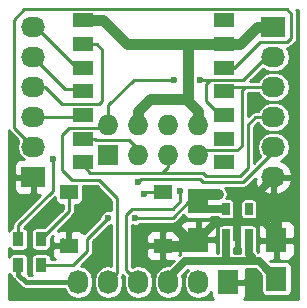
<source format=gtl>
G04 #@! TF.FileFunction,Copper,L1,Top,Signal*
%FSLAX46Y46*%
G04 Gerber Fmt 4.6, Leading zero omitted, Abs format (unit mm)*
G04 Created by KiCad (PCBNEW 4.0.0-rc2-stable) date 29.11.2015 16:31:19*
%MOMM*%
G01*
G04 APERTURE LIST*
%ADD10C,0.100000*%
%ADD11R,1.727200X2.032000*%
%ADD12O,1.727200X2.032000*%
%ADD13R,2.032000X1.727200*%
%ADD14O,2.032000X1.727200*%
%ADD15R,0.650000X1.060000*%
%ADD16R,1.800000X1.200000*%
%ADD17R,1.727200X1.727200*%
%ADD18O,1.727200X1.727200*%
%ADD19R,1.800860X2.148840*%
%ADD20R,1.550000X1.300000*%
%ADD21R,0.900000X1.200000*%
%ADD22C,0.600000*%
%ADD23C,0.889000*%
%ADD24C,0.254000*%
%ADD25C,0.635000*%
%ADD26C,0.250000*%
%ADD27C,0.381000*%
G04 APERTURE END LIST*
D10*
D11*
X125730000Y-99695000D03*
D12*
X123190000Y-99695000D03*
X120650000Y-99695000D03*
X118110000Y-99695000D03*
X115570000Y-99695000D03*
X113030000Y-99695000D03*
D13*
X129540000Y-78105000D03*
D14*
X129540000Y-80645000D03*
X129540000Y-83185000D03*
X129540000Y-85725000D03*
X129540000Y-88265000D03*
X129540000Y-90805000D03*
D13*
X109220000Y-90805000D03*
D14*
X109220000Y-88265000D03*
X109220000Y-85725000D03*
X109220000Y-83185000D03*
X109220000Y-80645000D03*
X109220000Y-78105000D03*
D15*
X125542000Y-95715000D03*
X126492000Y-95715000D03*
X127442000Y-95715000D03*
X127442000Y-93515000D03*
X125542000Y-93515000D03*
D16*
X113380000Y-77550000D03*
X113380000Y-79550000D03*
X113380000Y-81550000D03*
X113380000Y-83550000D03*
X113380000Y-85550000D03*
X113380000Y-87550000D03*
X113380000Y-89550000D03*
X125380000Y-89550000D03*
X125380000Y-87550000D03*
X125380000Y-85550000D03*
X125380000Y-83550000D03*
X125380000Y-81550000D03*
X125380000Y-79550000D03*
X125380000Y-77550000D03*
D17*
X115570000Y-88900000D03*
D18*
X115570000Y-86360000D03*
X118110000Y-88900000D03*
X118110000Y-86360000D03*
X120650000Y-88900000D03*
X120650000Y-86360000D03*
X123190000Y-88900000D03*
X123190000Y-86360000D03*
D19*
X123190000Y-96113600D03*
X123190000Y-92862400D03*
X129794000Y-96164400D03*
X129794000Y-99415600D03*
D20*
X120180000Y-92111000D03*
X120180000Y-96611000D03*
X112230000Y-96611000D03*
X112230000Y-92111000D03*
D21*
X107950000Y-96055000D03*
X107950000Y-98255000D03*
X109855000Y-98255000D03*
X109855000Y-96055000D03*
D22*
X129794000Y-94488000D03*
X121285000Y-95123000D03*
X115570000Y-94234000D03*
X117856000Y-94234000D03*
X124841000Y-92202000D03*
X121666000Y-91948000D03*
X121158000Y-82550000D03*
X123317000Y-82550000D03*
X110871000Y-89281000D03*
X118110000Y-91186000D03*
X118618000Y-92202000D03*
D23*
X129794000Y-96164400D02*
X129794000Y-94488000D01*
X123190000Y-96113600D02*
X122275600Y-96113600D01*
X122275600Y-96113600D02*
X121285000Y-95123000D01*
X120180000Y-96611000D02*
X122692600Y-96611000D01*
X122692600Y-96611000D02*
X123190000Y-96113600D01*
D24*
X119725000Y-96611000D02*
X120180000Y-96611000D01*
X111674000Y-96055000D02*
X112230000Y-96611000D01*
X123190000Y-96113600D02*
X123037600Y-96113600D01*
D25*
X126492000Y-94615000D02*
X126492000Y-92202000D01*
X128397000Y-91948000D02*
X129540000Y-90805000D01*
X126746000Y-91948000D02*
X128397000Y-91948000D01*
X126492000Y-92202000D02*
X126746000Y-91948000D01*
X126492000Y-95715000D02*
X126492000Y-94615000D01*
X129794000Y-96164400D02*
X129794000Y-95631000D01*
X129794000Y-95631000D02*
X128778000Y-94615000D01*
X128778000Y-94615000D02*
X126492000Y-94615000D01*
X126492000Y-94615000D02*
X124688600Y-94615000D01*
X124688600Y-94615000D02*
X123190000Y-96113600D01*
X125857000Y-99568000D02*
X125730000Y-99695000D01*
D24*
X123190000Y-92862400D02*
X122402600Y-92862400D01*
X122402600Y-92862400D02*
X121031000Y-94234000D01*
X112565000Y-98255000D02*
X109855000Y-98255000D01*
X113792000Y-97028000D02*
X112565000Y-98255000D01*
X113792000Y-96012000D02*
X113792000Y-97028000D01*
X115570000Y-94234000D02*
X113792000Y-96012000D01*
X121031000Y-94234000D02*
X117856000Y-94234000D01*
D25*
X125542000Y-93515000D02*
X123842600Y-93515000D01*
X123842600Y-93515000D02*
X123190000Y-92862400D01*
D24*
X109855000Y-98255000D02*
X110617000Y-98255000D01*
X110617000Y-98255000D02*
X110660000Y-98255000D01*
D23*
X124841000Y-92202000D02*
X123850400Y-92202000D01*
X123850400Y-92202000D02*
X123190000Y-92862400D01*
D25*
X123842600Y-93515000D02*
X123190000Y-92862400D01*
D23*
X123190000Y-86360000D02*
X123190000Y-85217000D01*
X123190000Y-85217000D02*
X122174000Y-84201000D01*
X118110000Y-86360000D02*
X118110000Y-85217000D01*
X119126000Y-84201000D02*
X122174000Y-84201000D01*
X122174000Y-84201000D02*
X122301000Y-84201000D01*
X118110000Y-85217000D02*
X119126000Y-84201000D01*
X122301000Y-84328000D02*
X122301000Y-84201000D01*
X122301000Y-84201000D02*
X122301000Y-79550000D01*
X125380000Y-79550000D02*
X122301000Y-79550000D01*
X122301000Y-79550000D02*
X117142000Y-79550000D01*
X115142000Y-77550000D02*
X113380000Y-77550000D01*
X117142000Y-79550000D02*
X115142000Y-77550000D01*
X129540000Y-78105000D02*
X128143000Y-78105000D01*
X126698000Y-79550000D02*
X125380000Y-79550000D01*
X128143000Y-78105000D02*
X126698000Y-79550000D01*
D25*
X125542000Y-95715000D02*
X125542000Y-97917000D01*
X125542000Y-97917000D02*
X125730000Y-97917000D01*
X127442000Y-95715000D02*
X127442000Y-97343000D01*
X127442000Y-97343000D02*
X128016000Y-97917000D01*
X120650000Y-99695000D02*
X120650000Y-99314000D01*
X120650000Y-99314000D02*
X122047000Y-97917000D01*
X122047000Y-97917000D02*
X125730000Y-97917000D01*
X125730000Y-97917000D02*
X128016000Y-97917000D01*
X128016000Y-97917000D02*
X128295400Y-97917000D01*
X128295400Y-97917000D02*
X129794000Y-99415600D01*
D24*
X121666000Y-92837000D02*
X121031000Y-93472000D01*
X117094000Y-95250000D02*
X117094000Y-98679000D01*
X118110000Y-99695000D02*
X117094000Y-98679000D01*
X121666000Y-91948000D02*
X121666000Y-92837000D01*
X117094000Y-93980000D02*
X117094000Y-95250000D01*
X117602000Y-93472000D02*
X117094000Y-93980000D01*
X121031000Y-93472000D02*
X117602000Y-93472000D01*
X123190000Y-88900000D02*
X123571000Y-88519000D01*
X123571000Y-88519000D02*
X126492000Y-88519000D01*
X126492000Y-88519000D02*
X126873000Y-88138000D01*
X126873000Y-88138000D02*
X126873000Y-83439000D01*
X126873000Y-83439000D02*
X127127000Y-83185000D01*
D26*
X129540000Y-83185000D02*
X127127000Y-83185000D01*
X127127000Y-83185000D02*
X125745000Y-83185000D01*
X125745000Y-83185000D02*
X125380000Y-83550000D01*
D24*
X115570000Y-91821000D02*
X116332000Y-92583000D01*
X111633000Y-88773000D02*
X111633000Y-90170000D01*
X112268000Y-86614000D02*
X111633000Y-87249000D01*
X111633000Y-87249000D02*
X111633000Y-88773000D01*
X115316000Y-86614000D02*
X112268000Y-86614000D01*
X114808000Y-91059000D02*
X115570000Y-91821000D01*
X112522000Y-91059000D02*
X114808000Y-91059000D01*
X111633000Y-90170000D02*
X112522000Y-91059000D01*
X116332000Y-98933000D02*
X115570000Y-99695000D01*
X116332000Y-92583000D02*
X116332000Y-98933000D01*
X115570000Y-86360000D02*
X115316000Y-86614000D01*
X115570000Y-84709000D02*
X115570000Y-86360000D01*
X117729000Y-82550000D02*
X115570000Y-84709000D01*
X121158000Y-82550000D02*
X117729000Y-82550000D01*
X124206000Y-82550000D02*
X123317000Y-82550000D01*
D26*
X129540000Y-80645000D02*
X128905000Y-80645000D01*
X128905000Y-80645000D02*
X127000000Y-82550000D01*
X127000000Y-82550000D02*
X124206000Y-82550000D01*
X124206000Y-82550000D02*
X123825000Y-82931000D01*
X123825000Y-82931000D02*
X123825000Y-84328000D01*
X123825000Y-84328000D02*
X125047000Y-85550000D01*
X125047000Y-85550000D02*
X125380000Y-85550000D01*
D27*
X113030000Y-99695000D02*
X108585000Y-99695000D01*
X107950000Y-99060000D02*
X107950000Y-98255000D01*
X108585000Y-99695000D02*
X107950000Y-99060000D01*
D24*
X107950000Y-94869000D02*
X110871000Y-91948000D01*
X107950000Y-96055000D02*
X107950000Y-94869000D01*
X110871000Y-91948000D02*
X110871000Y-89281000D01*
X120142000Y-90424000D02*
X123571000Y-90424000D01*
X123571000Y-90424000D02*
X123825000Y-90678000D01*
X114046000Y-90424000D02*
X120142000Y-90424000D01*
X120142000Y-90424000D02*
X120142000Y-90424000D01*
X120142000Y-90424000D02*
X120650000Y-89916000D01*
X128016000Y-85725000D02*
X129540000Y-85725000D01*
X127381000Y-86360000D02*
X128016000Y-85725000D01*
X127381000Y-90043000D02*
X127381000Y-86360000D01*
X126746000Y-90678000D02*
X127381000Y-90043000D01*
X123825000Y-90678000D02*
X126746000Y-90678000D01*
X113380000Y-89550000D02*
X113380000Y-89758000D01*
X113380000Y-89758000D02*
X114046000Y-90424000D01*
X120650000Y-89916000D02*
X120650000Y-88900000D01*
X125603000Y-91186000D02*
X127000000Y-91186000D01*
X123571000Y-91186000D02*
X125603000Y-91186000D01*
X127000000Y-91186000D02*
X129540000Y-88646000D01*
X129540000Y-88646000D02*
X129540000Y-88265000D01*
X113380000Y-87550000D02*
X114474000Y-87550000D01*
X117348000Y-87630000D02*
X118110000Y-88392000D01*
X114554000Y-87630000D02*
X117348000Y-87630000D01*
X114474000Y-87550000D02*
X114554000Y-87630000D01*
X118110000Y-88392000D02*
X118110000Y-88900000D01*
X118110000Y-91186000D02*
X118364000Y-90932000D01*
X118364000Y-90932000D02*
X123317000Y-90932000D01*
X123317000Y-90932000D02*
X123571000Y-91186000D01*
D26*
X109220000Y-88265000D02*
X107569000Y-86614000D01*
X128397000Y-79375000D02*
X126222000Y-81550000D01*
X130683000Y-79375000D02*
X128397000Y-79375000D01*
X131064000Y-78994000D02*
X130683000Y-79375000D01*
X131064000Y-76962000D02*
X131064000Y-78994000D01*
X130683000Y-76581000D02*
X131064000Y-76962000D01*
X108458000Y-76581000D02*
X130683000Y-76581000D01*
X107569000Y-77470000D02*
X108458000Y-76581000D01*
X107569000Y-86614000D02*
X107569000Y-77470000D01*
X126222000Y-81550000D02*
X125380000Y-81550000D01*
X109220000Y-85725000D02*
X113205000Y-85725000D01*
X113205000Y-85725000D02*
X113380000Y-85550000D01*
X109220000Y-83185000D02*
X110236000Y-83185000D01*
X110236000Y-83185000D02*
X111633000Y-84582000D01*
X114602000Y-79550000D02*
X113380000Y-79550000D01*
X115062000Y-80010000D02*
X114602000Y-79550000D01*
X115062000Y-84328000D02*
X115062000Y-80010000D01*
X114808000Y-84582000D02*
X115062000Y-84328000D01*
X111633000Y-84582000D02*
X114808000Y-84582000D01*
X109220000Y-83185000D02*
X108966000Y-83185000D01*
X113205000Y-79550000D02*
X113380000Y-79550000D01*
X109220000Y-80645000D02*
X111887000Y-83312000D01*
X111887000Y-83312000D02*
X113142000Y-83312000D01*
X113142000Y-83312000D02*
X113380000Y-83550000D01*
X113380000Y-81550000D02*
X112919000Y-81550000D01*
X112919000Y-81550000D02*
X109474000Y-78105000D01*
X109474000Y-78105000D02*
X109220000Y-78105000D01*
D24*
X109855000Y-96055000D02*
X112230000Y-93680000D01*
X112230000Y-93680000D02*
X112230000Y-92111000D01*
X118709000Y-92111000D02*
X120180000Y-92111000D01*
X118618000Y-92202000D02*
X118709000Y-92111000D01*
G36*
X131624000Y-101144000D02*
X127058625Y-101144000D01*
X127131927Y-101070698D01*
X127228600Y-100837309D01*
X127228600Y-99980750D01*
X127069850Y-99822000D01*
X125857000Y-99822000D01*
X125857000Y-99842000D01*
X125603000Y-99842000D01*
X125603000Y-99822000D01*
X125583000Y-99822000D01*
X125583000Y-99568000D01*
X125603000Y-99568000D01*
X125603000Y-99548000D01*
X125857000Y-99548000D01*
X125857000Y-99568000D01*
X127069850Y-99568000D01*
X127228600Y-99409250D01*
X127228600Y-98615500D01*
X128006072Y-98615500D01*
X128505106Y-99114534D01*
X128505106Y-100490020D01*
X128531673Y-100631210D01*
X128615116Y-100760885D01*
X128742436Y-100847879D01*
X128893570Y-100878484D01*
X130694430Y-100878484D01*
X130835620Y-100851917D01*
X130965295Y-100768474D01*
X131052289Y-100641154D01*
X131082894Y-100490020D01*
X131082894Y-98341180D01*
X131056327Y-98199990D01*
X130972884Y-98070315D01*
X130845564Y-97983321D01*
X130694430Y-97952716D01*
X129318944Y-97952716D01*
X129240048Y-97873820D01*
X129508250Y-97873820D01*
X129667000Y-97715070D01*
X129667000Y-96291400D01*
X129921000Y-96291400D01*
X129921000Y-97715070D01*
X130079750Y-97873820D01*
X130820740Y-97873820D01*
X131054129Y-97777147D01*
X131232757Y-97598518D01*
X131329430Y-97365129D01*
X131329430Y-96450150D01*
X131170680Y-96291400D01*
X129921000Y-96291400D01*
X129667000Y-96291400D01*
X128417320Y-96291400D01*
X128258570Y-96450150D01*
X128258570Y-97171742D01*
X128140500Y-97053672D01*
X128140500Y-96318895D01*
X128155464Y-96245000D01*
X128155464Y-95185000D01*
X128128897Y-95043810D01*
X128077330Y-94963671D01*
X128258570Y-94963671D01*
X128258570Y-95878650D01*
X128417320Y-96037400D01*
X129667000Y-96037400D01*
X129667000Y-94613730D01*
X129921000Y-94613730D01*
X129921000Y-96037400D01*
X131170680Y-96037400D01*
X131329430Y-95878650D01*
X131329430Y-94963671D01*
X131232757Y-94730282D01*
X131054129Y-94551653D01*
X130820740Y-94454980D01*
X130079750Y-94454980D01*
X129921000Y-94613730D01*
X129667000Y-94613730D01*
X129508250Y-94454980D01*
X128767260Y-94454980D01*
X128533871Y-94551653D01*
X128355243Y-94730282D01*
X128258570Y-94963671D01*
X128077330Y-94963671D01*
X128045454Y-94914135D01*
X127918134Y-94827141D01*
X127767000Y-94796536D01*
X127326561Y-94796536D01*
X127176699Y-94646673D01*
X126943310Y-94550000D01*
X126777750Y-94550000D01*
X126619000Y-94708750D01*
X126619000Y-95588000D01*
X126639000Y-95588000D01*
X126639000Y-95842000D01*
X126619000Y-95842000D01*
X126619000Y-96721250D01*
X126743500Y-96845750D01*
X126743500Y-97218500D01*
X126240500Y-97218500D01*
X126240500Y-96845750D01*
X126365000Y-96721250D01*
X126365000Y-95842000D01*
X126345000Y-95842000D01*
X126345000Y-95588000D01*
X126365000Y-95588000D01*
X126365000Y-94708750D01*
X126206250Y-94550000D01*
X126040690Y-94550000D01*
X125807301Y-94646673D01*
X125657439Y-94796536D01*
X125217000Y-94796536D01*
X125075810Y-94823103D01*
X124946135Y-94906546D01*
X124859141Y-95033866D01*
X124828536Y-95185000D01*
X124828536Y-96245000D01*
X124843500Y-96324526D01*
X124843500Y-97218500D01*
X124725430Y-97218500D01*
X124725430Y-96399350D01*
X124566680Y-96240600D01*
X123317000Y-96240600D01*
X123317000Y-96260600D01*
X123063000Y-96260600D01*
X123063000Y-96240600D01*
X121813320Y-96240600D01*
X121654570Y-96399350D01*
X121654570Y-97314329D01*
X121667854Y-97346400D01*
X121583636Y-97402673D01*
X121590000Y-97387310D01*
X121590000Y-96896750D01*
X121431250Y-96738000D01*
X120307000Y-96738000D01*
X120307000Y-97737250D01*
X120465750Y-97896000D01*
X121080172Y-97896000D01*
X120696326Y-98279846D01*
X120650000Y-98270631D01*
X120173712Y-98365371D01*
X119769935Y-98635166D01*
X119500140Y-99038943D01*
X119405400Y-99515231D01*
X119405400Y-99874769D01*
X119500140Y-100351057D01*
X119769935Y-100754834D01*
X120173712Y-101024629D01*
X120650000Y-101119369D01*
X121126288Y-101024629D01*
X121530065Y-100754834D01*
X121799860Y-100351057D01*
X121894600Y-99874769D01*
X121894600Y-99515231D01*
X121818612Y-99133216D01*
X122296389Y-98655439D01*
X122040140Y-99038943D01*
X121945400Y-99515231D01*
X121945400Y-99874769D01*
X122040140Y-100351057D01*
X122309935Y-100754834D01*
X122713712Y-101024629D01*
X123190000Y-101119369D01*
X123666288Y-101024629D01*
X124070065Y-100754834D01*
X124231400Y-100513379D01*
X124231400Y-100837309D01*
X124328073Y-101070698D01*
X124401375Y-101144000D01*
X107136000Y-101144000D01*
X107136000Y-98985014D01*
X107138103Y-98996190D01*
X107221546Y-99125865D01*
X107348866Y-99212859D01*
X107411426Y-99225527D01*
X107422003Y-99278704D01*
X107530445Y-99441000D01*
X107545888Y-99464112D01*
X108180886Y-100099109D01*
X108180888Y-100099112D01*
X108278496Y-100164331D01*
X108366297Y-100222998D01*
X108585000Y-100266501D01*
X108585005Y-100266500D01*
X111863320Y-100266500D01*
X111880140Y-100351057D01*
X112149935Y-100754834D01*
X112553712Y-101024629D01*
X113030000Y-101119369D01*
X113506288Y-101024629D01*
X113910065Y-100754834D01*
X114179860Y-100351057D01*
X114274600Y-99874769D01*
X114274600Y-99515231D01*
X114179860Y-99038943D01*
X113910065Y-98635166D01*
X113506288Y-98365371D01*
X113228337Y-98310083D01*
X114151210Y-97387210D01*
X114261331Y-97222403D01*
X114300000Y-97028000D01*
X114300000Y-96222420D01*
X115607387Y-94915033D01*
X115704865Y-94915118D01*
X115824000Y-94865893D01*
X115824000Y-98321155D01*
X115570000Y-98270631D01*
X115093712Y-98365371D01*
X114689935Y-98635166D01*
X114420140Y-99038943D01*
X114325400Y-99515231D01*
X114325400Y-99874769D01*
X114420140Y-100351057D01*
X114689935Y-100754834D01*
X115093712Y-101024629D01*
X115570000Y-101119369D01*
X116046288Y-101024629D01*
X116450065Y-100754834D01*
X116719860Y-100351057D01*
X116814600Y-99874769D01*
X116814600Y-99515231D01*
X116752109Y-99201069D01*
X116801331Y-99127403D01*
X116805089Y-99108509D01*
X116922874Y-99226294D01*
X116865400Y-99515231D01*
X116865400Y-99874769D01*
X116960140Y-100351057D01*
X117229935Y-100754834D01*
X117633712Y-101024629D01*
X118110000Y-101119369D01*
X118586288Y-101024629D01*
X118990065Y-100754834D01*
X119259860Y-100351057D01*
X119354600Y-99874769D01*
X119354600Y-99515231D01*
X119259860Y-99038943D01*
X118990065Y-98635166D01*
X118586288Y-98365371D01*
X118110000Y-98270631D01*
X117633712Y-98365371D01*
X117602000Y-98386560D01*
X117602000Y-96896750D01*
X118770000Y-96896750D01*
X118770000Y-97387310D01*
X118866673Y-97620699D01*
X119045302Y-97799327D01*
X119278691Y-97896000D01*
X119894250Y-97896000D01*
X120053000Y-97737250D01*
X120053000Y-96738000D01*
X118928750Y-96738000D01*
X118770000Y-96896750D01*
X117602000Y-96896750D01*
X117602000Y-95834690D01*
X118770000Y-95834690D01*
X118770000Y-96325250D01*
X118928750Y-96484000D01*
X120053000Y-96484000D01*
X120053000Y-95484750D01*
X120307000Y-95484750D01*
X120307000Y-96484000D01*
X121431250Y-96484000D01*
X121590000Y-96325250D01*
X121590000Y-95834690D01*
X121493327Y-95601301D01*
X121314698Y-95422673D01*
X121081309Y-95326000D01*
X120465750Y-95326000D01*
X120307000Y-95484750D01*
X120053000Y-95484750D01*
X119894250Y-95326000D01*
X119278691Y-95326000D01*
X119045302Y-95422673D01*
X118866673Y-95601301D01*
X118770000Y-95834690D01*
X117602000Y-95834690D01*
X117602000Y-94865906D01*
X117719946Y-94914882D01*
X117990865Y-94915118D01*
X117996303Y-94912871D01*
X121654570Y-94912871D01*
X121654570Y-95827850D01*
X121813320Y-95986600D01*
X123063000Y-95986600D01*
X123063000Y-94562930D01*
X123317000Y-94562930D01*
X123317000Y-95986600D01*
X124566680Y-95986600D01*
X124725430Y-95827850D01*
X124725430Y-94912871D01*
X124628757Y-94679482D01*
X124450129Y-94500853D01*
X124216740Y-94404180D01*
X123475750Y-94404180D01*
X123317000Y-94562930D01*
X123063000Y-94562930D01*
X122904250Y-94404180D01*
X122163260Y-94404180D01*
X121929871Y-94500853D01*
X121751243Y-94679482D01*
X121654570Y-94912871D01*
X117996303Y-94912871D01*
X118241252Y-94811661D01*
X118311034Y-94742000D01*
X121031000Y-94742000D01*
X121225403Y-94703331D01*
X121390210Y-94593210D01*
X121924147Y-94059273D01*
X121927673Y-94078010D01*
X122011116Y-94207685D01*
X122138436Y-94294679D01*
X122289570Y-94325284D01*
X124090430Y-94325284D01*
X124231620Y-94298717D01*
X124361295Y-94215274D01*
X124362507Y-94213500D01*
X124872676Y-94213500D01*
X124938546Y-94315865D01*
X125065866Y-94402859D01*
X125217000Y-94433464D01*
X125867000Y-94433464D01*
X126008190Y-94406897D01*
X126137865Y-94323454D01*
X126224859Y-94196134D01*
X126255464Y-94045000D01*
X126255464Y-92985000D01*
X126728536Y-92985000D01*
X126728536Y-94045000D01*
X126755103Y-94186190D01*
X126838546Y-94315865D01*
X126965866Y-94402859D01*
X127117000Y-94433464D01*
X127767000Y-94433464D01*
X127908190Y-94406897D01*
X128037865Y-94323454D01*
X128124859Y-94196134D01*
X128155464Y-94045000D01*
X128155464Y-92985000D01*
X128128897Y-92843810D01*
X128045454Y-92714135D01*
X127918134Y-92627141D01*
X127767000Y-92596536D01*
X127117000Y-92596536D01*
X126975810Y-92623103D01*
X126846135Y-92706546D01*
X126759141Y-92833866D01*
X126728536Y-92985000D01*
X126255464Y-92985000D01*
X126228897Y-92843810D01*
X126145454Y-92714135D01*
X126018134Y-92627141D01*
X125867000Y-92596536D01*
X125551124Y-92596536D01*
X125603663Y-92517905D01*
X125666500Y-92202000D01*
X125603663Y-91886095D01*
X125475309Y-91694000D01*
X127000000Y-91694000D01*
X127194403Y-91655331D01*
X127359210Y-91545210D01*
X127972418Y-90932002D01*
X128053782Y-90932002D01*
X127932642Y-91164026D01*
X127935291Y-91179791D01*
X128189268Y-91707036D01*
X128625680Y-92096954D01*
X129178087Y-92290184D01*
X129413000Y-92145924D01*
X129413000Y-90932000D01*
X129667000Y-90932000D01*
X129667000Y-92145924D01*
X129901913Y-92290184D01*
X130454320Y-92096954D01*
X130890732Y-91707036D01*
X131144709Y-91179791D01*
X131147358Y-91164026D01*
X131026217Y-90932000D01*
X129667000Y-90932000D01*
X129413000Y-90932000D01*
X129393000Y-90932000D01*
X129393000Y-90678000D01*
X129413000Y-90678000D01*
X129413000Y-90658000D01*
X129667000Y-90658000D01*
X129667000Y-90678000D01*
X131026217Y-90678000D01*
X131147358Y-90445974D01*
X131144709Y-90430209D01*
X130890732Y-89902964D01*
X130454320Y-89513046D01*
X130181757Y-89417704D01*
X130196057Y-89414860D01*
X130599834Y-89145065D01*
X130869629Y-88741288D01*
X130964369Y-88265000D01*
X130869629Y-87788712D01*
X130599834Y-87384935D01*
X130196057Y-87115140D01*
X129719769Y-87020400D01*
X129360231Y-87020400D01*
X128883943Y-87115140D01*
X128480166Y-87384935D01*
X128210371Y-87788712D01*
X128115631Y-88265000D01*
X128210371Y-88741288D01*
X128417020Y-89050560D01*
X127889000Y-89578580D01*
X127889000Y-86570420D01*
X128226421Y-86233000D01*
X128231560Y-86233000D01*
X128480166Y-86605065D01*
X128883943Y-86874860D01*
X129360231Y-86969600D01*
X129719769Y-86969600D01*
X130196057Y-86874860D01*
X130599834Y-86605065D01*
X130869629Y-86201288D01*
X130964369Y-85725000D01*
X130869629Y-85248712D01*
X130599834Y-84844935D01*
X130196057Y-84575140D01*
X129719769Y-84480400D01*
X129360231Y-84480400D01*
X128883943Y-84575140D01*
X128480166Y-84844935D01*
X128231560Y-85217000D01*
X128016000Y-85217000D01*
X127821597Y-85255669D01*
X127656790Y-85365789D01*
X127381000Y-85641579D01*
X127381000Y-83691000D01*
X128230224Y-83691000D01*
X128480166Y-84065065D01*
X128883943Y-84334860D01*
X129360231Y-84429600D01*
X129719769Y-84429600D01*
X130196057Y-84334860D01*
X130599834Y-84065065D01*
X130869629Y-83661288D01*
X130964369Y-83185000D01*
X130869629Y-82708712D01*
X130599834Y-82304935D01*
X130196057Y-82035140D01*
X129719769Y-81940400D01*
X129360231Y-81940400D01*
X128883943Y-82035140D01*
X128480166Y-82304935D01*
X128230224Y-82679000D01*
X127586592Y-82679000D01*
X128636241Y-81629351D01*
X128883943Y-81794860D01*
X129360231Y-81889600D01*
X129719769Y-81889600D01*
X130196057Y-81794860D01*
X130599834Y-81525065D01*
X130869629Y-81121288D01*
X130964369Y-80645000D01*
X130869629Y-80168712D01*
X130677386Y-79881000D01*
X130683000Y-79881000D01*
X130876638Y-79842483D01*
X131040796Y-79732796D01*
X131421796Y-79351796D01*
X131531483Y-79187638D01*
X131570000Y-78994000D01*
X131570000Y-76962000D01*
X131531483Y-76768362D01*
X131456405Y-76656000D01*
X131624000Y-76656000D01*
X131624000Y-101144000D01*
X131624000Y-101144000D01*
G37*
X131624000Y-101144000D02*
X127058625Y-101144000D01*
X127131927Y-101070698D01*
X127228600Y-100837309D01*
X127228600Y-99980750D01*
X127069850Y-99822000D01*
X125857000Y-99822000D01*
X125857000Y-99842000D01*
X125603000Y-99842000D01*
X125603000Y-99822000D01*
X125583000Y-99822000D01*
X125583000Y-99568000D01*
X125603000Y-99568000D01*
X125603000Y-99548000D01*
X125857000Y-99548000D01*
X125857000Y-99568000D01*
X127069850Y-99568000D01*
X127228600Y-99409250D01*
X127228600Y-98615500D01*
X128006072Y-98615500D01*
X128505106Y-99114534D01*
X128505106Y-100490020D01*
X128531673Y-100631210D01*
X128615116Y-100760885D01*
X128742436Y-100847879D01*
X128893570Y-100878484D01*
X130694430Y-100878484D01*
X130835620Y-100851917D01*
X130965295Y-100768474D01*
X131052289Y-100641154D01*
X131082894Y-100490020D01*
X131082894Y-98341180D01*
X131056327Y-98199990D01*
X130972884Y-98070315D01*
X130845564Y-97983321D01*
X130694430Y-97952716D01*
X129318944Y-97952716D01*
X129240048Y-97873820D01*
X129508250Y-97873820D01*
X129667000Y-97715070D01*
X129667000Y-96291400D01*
X129921000Y-96291400D01*
X129921000Y-97715070D01*
X130079750Y-97873820D01*
X130820740Y-97873820D01*
X131054129Y-97777147D01*
X131232757Y-97598518D01*
X131329430Y-97365129D01*
X131329430Y-96450150D01*
X131170680Y-96291400D01*
X129921000Y-96291400D01*
X129667000Y-96291400D01*
X128417320Y-96291400D01*
X128258570Y-96450150D01*
X128258570Y-97171742D01*
X128140500Y-97053672D01*
X128140500Y-96318895D01*
X128155464Y-96245000D01*
X128155464Y-95185000D01*
X128128897Y-95043810D01*
X128077330Y-94963671D01*
X128258570Y-94963671D01*
X128258570Y-95878650D01*
X128417320Y-96037400D01*
X129667000Y-96037400D01*
X129667000Y-94613730D01*
X129921000Y-94613730D01*
X129921000Y-96037400D01*
X131170680Y-96037400D01*
X131329430Y-95878650D01*
X131329430Y-94963671D01*
X131232757Y-94730282D01*
X131054129Y-94551653D01*
X130820740Y-94454980D01*
X130079750Y-94454980D01*
X129921000Y-94613730D01*
X129667000Y-94613730D01*
X129508250Y-94454980D01*
X128767260Y-94454980D01*
X128533871Y-94551653D01*
X128355243Y-94730282D01*
X128258570Y-94963671D01*
X128077330Y-94963671D01*
X128045454Y-94914135D01*
X127918134Y-94827141D01*
X127767000Y-94796536D01*
X127326561Y-94796536D01*
X127176699Y-94646673D01*
X126943310Y-94550000D01*
X126777750Y-94550000D01*
X126619000Y-94708750D01*
X126619000Y-95588000D01*
X126639000Y-95588000D01*
X126639000Y-95842000D01*
X126619000Y-95842000D01*
X126619000Y-96721250D01*
X126743500Y-96845750D01*
X126743500Y-97218500D01*
X126240500Y-97218500D01*
X126240500Y-96845750D01*
X126365000Y-96721250D01*
X126365000Y-95842000D01*
X126345000Y-95842000D01*
X126345000Y-95588000D01*
X126365000Y-95588000D01*
X126365000Y-94708750D01*
X126206250Y-94550000D01*
X126040690Y-94550000D01*
X125807301Y-94646673D01*
X125657439Y-94796536D01*
X125217000Y-94796536D01*
X125075810Y-94823103D01*
X124946135Y-94906546D01*
X124859141Y-95033866D01*
X124828536Y-95185000D01*
X124828536Y-96245000D01*
X124843500Y-96324526D01*
X124843500Y-97218500D01*
X124725430Y-97218500D01*
X124725430Y-96399350D01*
X124566680Y-96240600D01*
X123317000Y-96240600D01*
X123317000Y-96260600D01*
X123063000Y-96260600D01*
X123063000Y-96240600D01*
X121813320Y-96240600D01*
X121654570Y-96399350D01*
X121654570Y-97314329D01*
X121667854Y-97346400D01*
X121583636Y-97402673D01*
X121590000Y-97387310D01*
X121590000Y-96896750D01*
X121431250Y-96738000D01*
X120307000Y-96738000D01*
X120307000Y-97737250D01*
X120465750Y-97896000D01*
X121080172Y-97896000D01*
X120696326Y-98279846D01*
X120650000Y-98270631D01*
X120173712Y-98365371D01*
X119769935Y-98635166D01*
X119500140Y-99038943D01*
X119405400Y-99515231D01*
X119405400Y-99874769D01*
X119500140Y-100351057D01*
X119769935Y-100754834D01*
X120173712Y-101024629D01*
X120650000Y-101119369D01*
X121126288Y-101024629D01*
X121530065Y-100754834D01*
X121799860Y-100351057D01*
X121894600Y-99874769D01*
X121894600Y-99515231D01*
X121818612Y-99133216D01*
X122296389Y-98655439D01*
X122040140Y-99038943D01*
X121945400Y-99515231D01*
X121945400Y-99874769D01*
X122040140Y-100351057D01*
X122309935Y-100754834D01*
X122713712Y-101024629D01*
X123190000Y-101119369D01*
X123666288Y-101024629D01*
X124070065Y-100754834D01*
X124231400Y-100513379D01*
X124231400Y-100837309D01*
X124328073Y-101070698D01*
X124401375Y-101144000D01*
X107136000Y-101144000D01*
X107136000Y-98985014D01*
X107138103Y-98996190D01*
X107221546Y-99125865D01*
X107348866Y-99212859D01*
X107411426Y-99225527D01*
X107422003Y-99278704D01*
X107530445Y-99441000D01*
X107545888Y-99464112D01*
X108180886Y-100099109D01*
X108180888Y-100099112D01*
X108278496Y-100164331D01*
X108366297Y-100222998D01*
X108585000Y-100266501D01*
X108585005Y-100266500D01*
X111863320Y-100266500D01*
X111880140Y-100351057D01*
X112149935Y-100754834D01*
X112553712Y-101024629D01*
X113030000Y-101119369D01*
X113506288Y-101024629D01*
X113910065Y-100754834D01*
X114179860Y-100351057D01*
X114274600Y-99874769D01*
X114274600Y-99515231D01*
X114179860Y-99038943D01*
X113910065Y-98635166D01*
X113506288Y-98365371D01*
X113228337Y-98310083D01*
X114151210Y-97387210D01*
X114261331Y-97222403D01*
X114300000Y-97028000D01*
X114300000Y-96222420D01*
X115607387Y-94915033D01*
X115704865Y-94915118D01*
X115824000Y-94865893D01*
X115824000Y-98321155D01*
X115570000Y-98270631D01*
X115093712Y-98365371D01*
X114689935Y-98635166D01*
X114420140Y-99038943D01*
X114325400Y-99515231D01*
X114325400Y-99874769D01*
X114420140Y-100351057D01*
X114689935Y-100754834D01*
X115093712Y-101024629D01*
X115570000Y-101119369D01*
X116046288Y-101024629D01*
X116450065Y-100754834D01*
X116719860Y-100351057D01*
X116814600Y-99874769D01*
X116814600Y-99515231D01*
X116752109Y-99201069D01*
X116801331Y-99127403D01*
X116805089Y-99108509D01*
X116922874Y-99226294D01*
X116865400Y-99515231D01*
X116865400Y-99874769D01*
X116960140Y-100351057D01*
X117229935Y-100754834D01*
X117633712Y-101024629D01*
X118110000Y-101119369D01*
X118586288Y-101024629D01*
X118990065Y-100754834D01*
X119259860Y-100351057D01*
X119354600Y-99874769D01*
X119354600Y-99515231D01*
X119259860Y-99038943D01*
X118990065Y-98635166D01*
X118586288Y-98365371D01*
X118110000Y-98270631D01*
X117633712Y-98365371D01*
X117602000Y-98386560D01*
X117602000Y-96896750D01*
X118770000Y-96896750D01*
X118770000Y-97387310D01*
X118866673Y-97620699D01*
X119045302Y-97799327D01*
X119278691Y-97896000D01*
X119894250Y-97896000D01*
X120053000Y-97737250D01*
X120053000Y-96738000D01*
X118928750Y-96738000D01*
X118770000Y-96896750D01*
X117602000Y-96896750D01*
X117602000Y-95834690D01*
X118770000Y-95834690D01*
X118770000Y-96325250D01*
X118928750Y-96484000D01*
X120053000Y-96484000D01*
X120053000Y-95484750D01*
X120307000Y-95484750D01*
X120307000Y-96484000D01*
X121431250Y-96484000D01*
X121590000Y-96325250D01*
X121590000Y-95834690D01*
X121493327Y-95601301D01*
X121314698Y-95422673D01*
X121081309Y-95326000D01*
X120465750Y-95326000D01*
X120307000Y-95484750D01*
X120053000Y-95484750D01*
X119894250Y-95326000D01*
X119278691Y-95326000D01*
X119045302Y-95422673D01*
X118866673Y-95601301D01*
X118770000Y-95834690D01*
X117602000Y-95834690D01*
X117602000Y-94865906D01*
X117719946Y-94914882D01*
X117990865Y-94915118D01*
X117996303Y-94912871D01*
X121654570Y-94912871D01*
X121654570Y-95827850D01*
X121813320Y-95986600D01*
X123063000Y-95986600D01*
X123063000Y-94562930D01*
X123317000Y-94562930D01*
X123317000Y-95986600D01*
X124566680Y-95986600D01*
X124725430Y-95827850D01*
X124725430Y-94912871D01*
X124628757Y-94679482D01*
X124450129Y-94500853D01*
X124216740Y-94404180D01*
X123475750Y-94404180D01*
X123317000Y-94562930D01*
X123063000Y-94562930D01*
X122904250Y-94404180D01*
X122163260Y-94404180D01*
X121929871Y-94500853D01*
X121751243Y-94679482D01*
X121654570Y-94912871D01*
X117996303Y-94912871D01*
X118241252Y-94811661D01*
X118311034Y-94742000D01*
X121031000Y-94742000D01*
X121225403Y-94703331D01*
X121390210Y-94593210D01*
X121924147Y-94059273D01*
X121927673Y-94078010D01*
X122011116Y-94207685D01*
X122138436Y-94294679D01*
X122289570Y-94325284D01*
X124090430Y-94325284D01*
X124231620Y-94298717D01*
X124361295Y-94215274D01*
X124362507Y-94213500D01*
X124872676Y-94213500D01*
X124938546Y-94315865D01*
X125065866Y-94402859D01*
X125217000Y-94433464D01*
X125867000Y-94433464D01*
X126008190Y-94406897D01*
X126137865Y-94323454D01*
X126224859Y-94196134D01*
X126255464Y-94045000D01*
X126255464Y-92985000D01*
X126728536Y-92985000D01*
X126728536Y-94045000D01*
X126755103Y-94186190D01*
X126838546Y-94315865D01*
X126965866Y-94402859D01*
X127117000Y-94433464D01*
X127767000Y-94433464D01*
X127908190Y-94406897D01*
X128037865Y-94323454D01*
X128124859Y-94196134D01*
X128155464Y-94045000D01*
X128155464Y-92985000D01*
X128128897Y-92843810D01*
X128045454Y-92714135D01*
X127918134Y-92627141D01*
X127767000Y-92596536D01*
X127117000Y-92596536D01*
X126975810Y-92623103D01*
X126846135Y-92706546D01*
X126759141Y-92833866D01*
X126728536Y-92985000D01*
X126255464Y-92985000D01*
X126228897Y-92843810D01*
X126145454Y-92714135D01*
X126018134Y-92627141D01*
X125867000Y-92596536D01*
X125551124Y-92596536D01*
X125603663Y-92517905D01*
X125666500Y-92202000D01*
X125603663Y-91886095D01*
X125475309Y-91694000D01*
X127000000Y-91694000D01*
X127194403Y-91655331D01*
X127359210Y-91545210D01*
X127972418Y-90932002D01*
X128053782Y-90932002D01*
X127932642Y-91164026D01*
X127935291Y-91179791D01*
X128189268Y-91707036D01*
X128625680Y-92096954D01*
X129178087Y-92290184D01*
X129413000Y-92145924D01*
X129413000Y-90932000D01*
X129667000Y-90932000D01*
X129667000Y-92145924D01*
X129901913Y-92290184D01*
X130454320Y-92096954D01*
X130890732Y-91707036D01*
X131144709Y-91179791D01*
X131147358Y-91164026D01*
X131026217Y-90932000D01*
X129667000Y-90932000D01*
X129413000Y-90932000D01*
X129393000Y-90932000D01*
X129393000Y-90678000D01*
X129413000Y-90678000D01*
X129413000Y-90658000D01*
X129667000Y-90658000D01*
X129667000Y-90678000D01*
X131026217Y-90678000D01*
X131147358Y-90445974D01*
X131144709Y-90430209D01*
X130890732Y-89902964D01*
X130454320Y-89513046D01*
X130181757Y-89417704D01*
X130196057Y-89414860D01*
X130599834Y-89145065D01*
X130869629Y-88741288D01*
X130964369Y-88265000D01*
X130869629Y-87788712D01*
X130599834Y-87384935D01*
X130196057Y-87115140D01*
X129719769Y-87020400D01*
X129360231Y-87020400D01*
X128883943Y-87115140D01*
X128480166Y-87384935D01*
X128210371Y-87788712D01*
X128115631Y-88265000D01*
X128210371Y-88741288D01*
X128417020Y-89050560D01*
X127889000Y-89578580D01*
X127889000Y-86570420D01*
X128226421Y-86233000D01*
X128231560Y-86233000D01*
X128480166Y-86605065D01*
X128883943Y-86874860D01*
X129360231Y-86969600D01*
X129719769Y-86969600D01*
X130196057Y-86874860D01*
X130599834Y-86605065D01*
X130869629Y-86201288D01*
X130964369Y-85725000D01*
X130869629Y-85248712D01*
X130599834Y-84844935D01*
X130196057Y-84575140D01*
X129719769Y-84480400D01*
X129360231Y-84480400D01*
X128883943Y-84575140D01*
X128480166Y-84844935D01*
X128231560Y-85217000D01*
X128016000Y-85217000D01*
X127821597Y-85255669D01*
X127656790Y-85365789D01*
X127381000Y-85641579D01*
X127381000Y-83691000D01*
X128230224Y-83691000D01*
X128480166Y-84065065D01*
X128883943Y-84334860D01*
X129360231Y-84429600D01*
X129719769Y-84429600D01*
X130196057Y-84334860D01*
X130599834Y-84065065D01*
X130869629Y-83661288D01*
X130964369Y-83185000D01*
X130869629Y-82708712D01*
X130599834Y-82304935D01*
X130196057Y-82035140D01*
X129719769Y-81940400D01*
X129360231Y-81940400D01*
X128883943Y-82035140D01*
X128480166Y-82304935D01*
X128230224Y-82679000D01*
X127586592Y-82679000D01*
X128636241Y-81629351D01*
X128883943Y-81794860D01*
X129360231Y-81889600D01*
X129719769Y-81889600D01*
X130196057Y-81794860D01*
X130599834Y-81525065D01*
X130869629Y-81121288D01*
X130964369Y-80645000D01*
X130869629Y-80168712D01*
X130677386Y-79881000D01*
X130683000Y-79881000D01*
X130876638Y-79842483D01*
X131040796Y-79732796D01*
X131421796Y-79351796D01*
X131531483Y-79187638D01*
X131570000Y-78994000D01*
X131570000Y-76962000D01*
X131531483Y-76768362D01*
X131456405Y-76656000D01*
X131624000Y-76656000D01*
X131624000Y-101144000D01*
G36*
X115824000Y-92793420D02*
X115824000Y-93602094D01*
X115706054Y-93553118D01*
X115435135Y-93552882D01*
X115184748Y-93656339D01*
X114993013Y-93847741D01*
X114889118Y-94097946D01*
X114889032Y-94196548D01*
X113513803Y-95571777D01*
X113364698Y-95422673D01*
X113131309Y-95326000D01*
X112515750Y-95326000D01*
X112357000Y-95484750D01*
X112357000Y-96484000D01*
X112377000Y-96484000D01*
X112377000Y-96738000D01*
X112357000Y-96738000D01*
X112357000Y-96758000D01*
X112103000Y-96758000D01*
X112103000Y-96738000D01*
X110978750Y-96738000D01*
X110820000Y-96896750D01*
X110820000Y-97387310D01*
X110916673Y-97620699D01*
X111042975Y-97747000D01*
X110693464Y-97747000D01*
X110693464Y-97655000D01*
X110666897Y-97513810D01*
X110583454Y-97384135D01*
X110456134Y-97297141D01*
X110305000Y-97266536D01*
X109405000Y-97266536D01*
X109263810Y-97293103D01*
X109134135Y-97376546D01*
X109047141Y-97503866D01*
X109016536Y-97655000D01*
X109016536Y-98855000D01*
X109043103Y-98996190D01*
X109125024Y-99123500D01*
X108821723Y-99123500D01*
X108736142Y-99037918D01*
X108757859Y-99006134D01*
X108788464Y-98855000D01*
X108788464Y-97655000D01*
X108761897Y-97513810D01*
X108678454Y-97384135D01*
X108551134Y-97297141D01*
X108400000Y-97266536D01*
X107500000Y-97266536D01*
X107358810Y-97293103D01*
X107229135Y-97376546D01*
X107142141Y-97503866D01*
X107136000Y-97534192D01*
X107136000Y-96785014D01*
X107138103Y-96796190D01*
X107221546Y-96925865D01*
X107348866Y-97012859D01*
X107500000Y-97043464D01*
X108400000Y-97043464D01*
X108541190Y-97016897D01*
X108670865Y-96933454D01*
X108757859Y-96806134D01*
X108788464Y-96655000D01*
X108788464Y-95455000D01*
X108761897Y-95313810D01*
X108678454Y-95184135D01*
X108551134Y-95097141D01*
X108458947Y-95078473D01*
X111066536Y-92470884D01*
X111066536Y-92761000D01*
X111093103Y-92902190D01*
X111176546Y-93031865D01*
X111303866Y-93118859D01*
X111455000Y-93149464D01*
X111722000Y-93149464D01*
X111722000Y-93469580D01*
X110125044Y-95066536D01*
X109405000Y-95066536D01*
X109263810Y-95093103D01*
X109134135Y-95176546D01*
X109047141Y-95303866D01*
X109016536Y-95455000D01*
X109016536Y-96655000D01*
X109043103Y-96796190D01*
X109126546Y-96925865D01*
X109253866Y-97012859D01*
X109405000Y-97043464D01*
X110305000Y-97043464D01*
X110446190Y-97016897D01*
X110575865Y-96933454D01*
X110662859Y-96806134D01*
X110693464Y-96655000D01*
X110693464Y-95934956D01*
X110838576Y-95789844D01*
X110820000Y-95834690D01*
X110820000Y-96325250D01*
X110978750Y-96484000D01*
X112103000Y-96484000D01*
X112103000Y-95484750D01*
X111944250Y-95326000D01*
X111328691Y-95326000D01*
X111283844Y-95344576D01*
X112589210Y-94039210D01*
X112699331Y-93874404D01*
X112738000Y-93680000D01*
X112738000Y-93149464D01*
X113005000Y-93149464D01*
X113146190Y-93122897D01*
X113275865Y-93039454D01*
X113362859Y-92912134D01*
X113393464Y-92761000D01*
X113393464Y-91567000D01*
X114597580Y-91567000D01*
X115824000Y-92793420D01*
X115824000Y-92793420D01*
G37*
X115824000Y-92793420D02*
X115824000Y-93602094D01*
X115706054Y-93553118D01*
X115435135Y-93552882D01*
X115184748Y-93656339D01*
X114993013Y-93847741D01*
X114889118Y-94097946D01*
X114889032Y-94196548D01*
X113513803Y-95571777D01*
X113364698Y-95422673D01*
X113131309Y-95326000D01*
X112515750Y-95326000D01*
X112357000Y-95484750D01*
X112357000Y-96484000D01*
X112377000Y-96484000D01*
X112377000Y-96738000D01*
X112357000Y-96738000D01*
X112357000Y-96758000D01*
X112103000Y-96758000D01*
X112103000Y-96738000D01*
X110978750Y-96738000D01*
X110820000Y-96896750D01*
X110820000Y-97387310D01*
X110916673Y-97620699D01*
X111042975Y-97747000D01*
X110693464Y-97747000D01*
X110693464Y-97655000D01*
X110666897Y-97513810D01*
X110583454Y-97384135D01*
X110456134Y-97297141D01*
X110305000Y-97266536D01*
X109405000Y-97266536D01*
X109263810Y-97293103D01*
X109134135Y-97376546D01*
X109047141Y-97503866D01*
X109016536Y-97655000D01*
X109016536Y-98855000D01*
X109043103Y-98996190D01*
X109125024Y-99123500D01*
X108821723Y-99123500D01*
X108736142Y-99037918D01*
X108757859Y-99006134D01*
X108788464Y-98855000D01*
X108788464Y-97655000D01*
X108761897Y-97513810D01*
X108678454Y-97384135D01*
X108551134Y-97297141D01*
X108400000Y-97266536D01*
X107500000Y-97266536D01*
X107358810Y-97293103D01*
X107229135Y-97376546D01*
X107142141Y-97503866D01*
X107136000Y-97534192D01*
X107136000Y-96785014D01*
X107138103Y-96796190D01*
X107221546Y-96925865D01*
X107348866Y-97012859D01*
X107500000Y-97043464D01*
X108400000Y-97043464D01*
X108541190Y-97016897D01*
X108670865Y-96933454D01*
X108757859Y-96806134D01*
X108788464Y-96655000D01*
X108788464Y-95455000D01*
X108761897Y-95313810D01*
X108678454Y-95184135D01*
X108551134Y-95097141D01*
X108458947Y-95078473D01*
X111066536Y-92470884D01*
X111066536Y-92761000D01*
X111093103Y-92902190D01*
X111176546Y-93031865D01*
X111303866Y-93118859D01*
X111455000Y-93149464D01*
X111722000Y-93149464D01*
X111722000Y-93469580D01*
X110125044Y-95066536D01*
X109405000Y-95066536D01*
X109263810Y-95093103D01*
X109134135Y-95176546D01*
X109047141Y-95303866D01*
X109016536Y-95455000D01*
X109016536Y-96655000D01*
X109043103Y-96796190D01*
X109126546Y-96925865D01*
X109253866Y-97012859D01*
X109405000Y-97043464D01*
X110305000Y-97043464D01*
X110446190Y-97016897D01*
X110575865Y-96933454D01*
X110662859Y-96806134D01*
X110693464Y-96655000D01*
X110693464Y-95934956D01*
X110838576Y-95789844D01*
X110820000Y-95834690D01*
X110820000Y-96325250D01*
X110978750Y-96484000D01*
X112103000Y-96484000D01*
X112103000Y-95484750D01*
X111944250Y-95326000D01*
X111328691Y-95326000D01*
X111283844Y-95344576D01*
X112589210Y-94039210D01*
X112699331Y-93874404D01*
X112738000Y-93680000D01*
X112738000Y-93149464D01*
X113005000Y-93149464D01*
X113146190Y-93122897D01*
X113275865Y-93039454D01*
X113362859Y-92912134D01*
X113393464Y-92761000D01*
X113393464Y-91567000D01*
X114597580Y-91567000D01*
X115824000Y-92793420D01*
G36*
X107211204Y-86971796D02*
X107945545Y-87706137D01*
X107890371Y-87788712D01*
X107795631Y-88265000D01*
X107890371Y-88741288D01*
X108160166Y-89145065D01*
X108401621Y-89306400D01*
X108077691Y-89306400D01*
X107844302Y-89403073D01*
X107665673Y-89581701D01*
X107569000Y-89815090D01*
X107569000Y-90519250D01*
X107727750Y-90678000D01*
X109093000Y-90678000D01*
X109093000Y-90658000D01*
X109347000Y-90658000D01*
X109347000Y-90678000D01*
X109367000Y-90678000D01*
X109367000Y-90932000D01*
X109347000Y-90932000D01*
X109347000Y-92144850D01*
X109505750Y-92303600D01*
X109796980Y-92303600D01*
X107590790Y-94509790D01*
X107480669Y-94674597D01*
X107442000Y-94869000D01*
X107442000Y-95077450D01*
X107358810Y-95093103D01*
X107229135Y-95176546D01*
X107142141Y-95303866D01*
X107136000Y-95334192D01*
X107136000Y-91090750D01*
X107569000Y-91090750D01*
X107569000Y-91794910D01*
X107665673Y-92028299D01*
X107844302Y-92206927D01*
X108077691Y-92303600D01*
X108934250Y-92303600D01*
X109093000Y-92144850D01*
X109093000Y-90932000D01*
X107727750Y-90932000D01*
X107569000Y-91090750D01*
X107136000Y-91090750D01*
X107136000Y-86859245D01*
X107211204Y-86971796D01*
X107211204Y-86971796D01*
G37*
X107211204Y-86971796D02*
X107945545Y-87706137D01*
X107890371Y-87788712D01*
X107795631Y-88265000D01*
X107890371Y-88741288D01*
X108160166Y-89145065D01*
X108401621Y-89306400D01*
X108077691Y-89306400D01*
X107844302Y-89403073D01*
X107665673Y-89581701D01*
X107569000Y-89815090D01*
X107569000Y-90519250D01*
X107727750Y-90678000D01*
X109093000Y-90678000D01*
X109093000Y-90658000D01*
X109347000Y-90658000D01*
X109347000Y-90678000D01*
X109367000Y-90678000D01*
X109367000Y-90932000D01*
X109347000Y-90932000D01*
X109347000Y-92144850D01*
X109505750Y-92303600D01*
X109796980Y-92303600D01*
X107590790Y-94509790D01*
X107480669Y-94674597D01*
X107442000Y-94869000D01*
X107442000Y-95077450D01*
X107358810Y-95093103D01*
X107229135Y-95176546D01*
X107142141Y-95303866D01*
X107136000Y-95334192D01*
X107136000Y-91090750D01*
X107569000Y-91090750D01*
X107569000Y-91794910D01*
X107665673Y-92028299D01*
X107844302Y-92206927D01*
X108077691Y-92303600D01*
X108934250Y-92303600D01*
X109093000Y-92144850D01*
X109093000Y-90932000D01*
X107727750Y-90932000D01*
X107569000Y-91090750D01*
X107136000Y-91090750D01*
X107136000Y-86859245D01*
X107211204Y-86971796D01*
G36*
X125507000Y-89423000D02*
X125527000Y-89423000D01*
X125527000Y-89677000D01*
X125507000Y-89677000D01*
X125507000Y-89697000D01*
X125253000Y-89697000D01*
X125253000Y-89677000D01*
X125233000Y-89677000D01*
X125233000Y-89423000D01*
X125253000Y-89423000D01*
X125253000Y-89403000D01*
X125507000Y-89403000D01*
X125507000Y-89423000D01*
X125507000Y-89423000D01*
G37*
X125507000Y-89423000D02*
X125527000Y-89423000D01*
X125527000Y-89677000D01*
X125507000Y-89677000D01*
X125507000Y-89697000D01*
X125253000Y-89697000D01*
X125253000Y-89677000D01*
X125233000Y-89677000D01*
X125233000Y-89423000D01*
X125253000Y-89423000D01*
X125253000Y-89403000D01*
X125507000Y-89403000D01*
X125507000Y-89423000D01*
G36*
X115697000Y-88773000D02*
X115717000Y-88773000D01*
X115717000Y-89027000D01*
X115697000Y-89027000D01*
X115697000Y-89047000D01*
X115443000Y-89047000D01*
X115443000Y-89027000D01*
X115423000Y-89027000D01*
X115423000Y-88773000D01*
X115443000Y-88773000D01*
X115443000Y-88753000D01*
X115697000Y-88753000D01*
X115697000Y-88773000D01*
X115697000Y-88773000D01*
G37*
X115697000Y-88773000D02*
X115717000Y-88773000D01*
X115717000Y-89027000D01*
X115697000Y-89027000D01*
X115697000Y-89047000D01*
X115443000Y-89047000D01*
X115443000Y-89027000D01*
X115423000Y-89027000D01*
X115423000Y-88773000D01*
X115443000Y-88773000D01*
X115443000Y-88753000D01*
X115697000Y-88753000D01*
X115697000Y-88773000D01*
M02*

</source>
